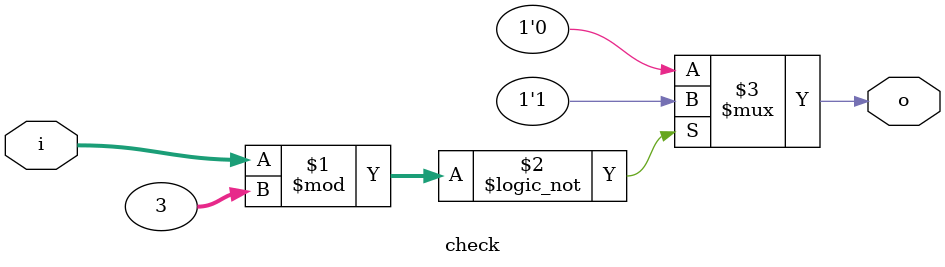
<source format=v>
module check(
    input [3:0] i,
    output o
);

assign o = (i%3 == 0) ? 1'b1 : 1'b0;
endmodule
</source>
